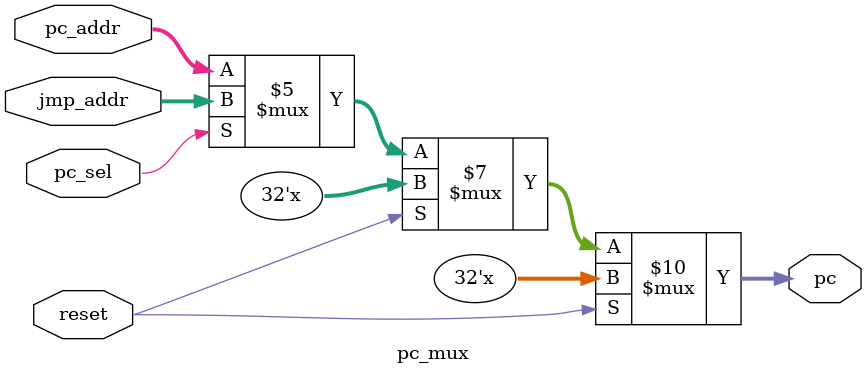
<source format=sv>
module pc_mux(
    input logic reset,
    input logic [31:0] pc_addr,
    input logic [31:0] jmp_addr,
    input logic pc_sel,
    output logic [31:0] pc
);

    always_comb begin
        if (reset == 1'b0) begin
            if (pc_sel) begin
                pc = jmp_addr;
            end else begin
                pc = pc_addr;
            end
        end
    end

endmodule

</source>
